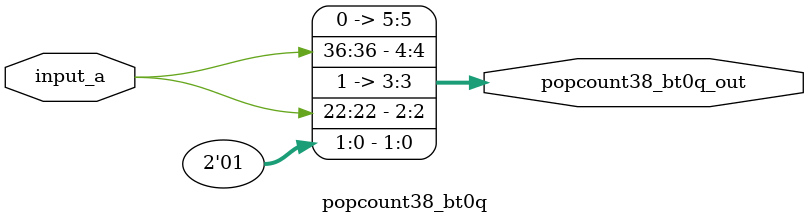
<source format=v>

module popcount38_bt0q(input [37:0] input_a, output [5:0] popcount38_bt0q_out);
  wire popcount38_bt0q_core_040;
  wire popcount38_bt0q_core_041;
  wire popcount38_bt0q_core_042;
  wire popcount38_bt0q_core_044;
  wire popcount38_bt0q_core_046;
  wire popcount38_bt0q_core_047;
  wire popcount38_bt0q_core_048;
  wire popcount38_bt0q_core_051;
  wire popcount38_bt0q_core_052;
  wire popcount38_bt0q_core_054;
  wire popcount38_bt0q_core_055;
  wire popcount38_bt0q_core_056;
  wire popcount38_bt0q_core_058;
  wire popcount38_bt0q_core_060;
  wire popcount38_bt0q_core_062;
  wire popcount38_bt0q_core_063_not;
  wire popcount38_bt0q_core_064;
  wire popcount38_bt0q_core_065;
  wire popcount38_bt0q_core_067;
  wire popcount38_bt0q_core_068;
  wire popcount38_bt0q_core_069;
  wire popcount38_bt0q_core_070;
  wire popcount38_bt0q_core_071;
  wire popcount38_bt0q_core_072;
  wire popcount38_bt0q_core_073;
  wire popcount38_bt0q_core_075;
  wire popcount38_bt0q_core_076;
  wire popcount38_bt0q_core_077;
  wire popcount38_bt0q_core_080;
  wire popcount38_bt0q_core_081;
  wire popcount38_bt0q_core_084;
  wire popcount38_bt0q_core_087;
  wire popcount38_bt0q_core_088;
  wire popcount38_bt0q_core_090;
  wire popcount38_bt0q_core_091;
  wire popcount38_bt0q_core_092;
  wire popcount38_bt0q_core_095;
  wire popcount38_bt0q_core_097;
  wire popcount38_bt0q_core_099;
  wire popcount38_bt0q_core_102;
  wire popcount38_bt0q_core_103;
  wire popcount38_bt0q_core_104;
  wire popcount38_bt0q_core_108;
  wire popcount38_bt0q_core_109;
  wire popcount38_bt0q_core_110;
  wire popcount38_bt0q_core_111;
  wire popcount38_bt0q_core_112_not;
  wire popcount38_bt0q_core_113;
  wire popcount38_bt0q_core_114;
  wire popcount38_bt0q_core_115;
  wire popcount38_bt0q_core_118;
  wire popcount38_bt0q_core_119;
  wire popcount38_bt0q_core_120;
  wire popcount38_bt0q_core_121;
  wire popcount38_bt0q_core_122;
  wire popcount38_bt0q_core_123;
  wire popcount38_bt0q_core_125;
  wire popcount38_bt0q_core_126;
  wire popcount38_bt0q_core_128;
  wire popcount38_bt0q_core_129;
  wire popcount38_bt0q_core_130;
  wire popcount38_bt0q_core_131;
  wire popcount38_bt0q_core_133;
  wire popcount38_bt0q_core_134;
  wire popcount38_bt0q_core_136;
  wire popcount38_bt0q_core_142;
  wire popcount38_bt0q_core_143;
  wire popcount38_bt0q_core_145;
  wire popcount38_bt0q_core_146;
  wire popcount38_bt0q_core_147;
  wire popcount38_bt0q_core_148;
  wire popcount38_bt0q_core_150;
  wire popcount38_bt0q_core_151;
  wire popcount38_bt0q_core_152;
  wire popcount38_bt0q_core_153_not;
  wire popcount38_bt0q_core_154;
  wire popcount38_bt0q_core_156;
  wire popcount38_bt0q_core_160;
  wire popcount38_bt0q_core_161;
  wire popcount38_bt0q_core_163;
  wire popcount38_bt0q_core_165;
  wire popcount38_bt0q_core_166;
  wire popcount38_bt0q_core_167;
  wire popcount38_bt0q_core_168;
  wire popcount38_bt0q_core_169;
  wire popcount38_bt0q_core_171;
  wire popcount38_bt0q_core_172;
  wire popcount38_bt0q_core_174;
  wire popcount38_bt0q_core_176;
  wire popcount38_bt0q_core_177;
  wire popcount38_bt0q_core_179;
  wire popcount38_bt0q_core_181;
  wire popcount38_bt0q_core_183;
  wire popcount38_bt0q_core_184;
  wire popcount38_bt0q_core_185;
  wire popcount38_bt0q_core_186;
  wire popcount38_bt0q_core_188;
  wire popcount38_bt0q_core_189;
  wire popcount38_bt0q_core_190;
  wire popcount38_bt0q_core_193;
  wire popcount38_bt0q_core_195;
  wire popcount38_bt0q_core_196;
  wire popcount38_bt0q_core_198;
  wire popcount38_bt0q_core_199;
  wire popcount38_bt0q_core_200;
  wire popcount38_bt0q_core_201;
  wire popcount38_bt0q_core_202;
  wire popcount38_bt0q_core_203;
  wire popcount38_bt0q_core_204;
  wire popcount38_bt0q_core_205;
  wire popcount38_bt0q_core_206;
  wire popcount38_bt0q_core_208;
  wire popcount38_bt0q_core_210;
  wire popcount38_bt0q_core_213;
  wire popcount38_bt0q_core_214;
  wire popcount38_bt0q_core_216;
  wire popcount38_bt0q_core_218;
  wire popcount38_bt0q_core_219;
  wire popcount38_bt0q_core_221;
  wire popcount38_bt0q_core_222;
  wire popcount38_bt0q_core_225;
  wire popcount38_bt0q_core_226;
  wire popcount38_bt0q_core_227;
  wire popcount38_bt0q_core_228;
  wire popcount38_bt0q_core_229;
  wire popcount38_bt0q_core_230;
  wire popcount38_bt0q_core_231;
  wire popcount38_bt0q_core_233;
  wire popcount38_bt0q_core_234_not;
  wire popcount38_bt0q_core_237_not;
  wire popcount38_bt0q_core_239;
  wire popcount38_bt0q_core_244;
  wire popcount38_bt0q_core_246_not;
  wire popcount38_bt0q_core_247;
  wire popcount38_bt0q_core_250;
  wire popcount38_bt0q_core_251;
  wire popcount38_bt0q_core_252;
  wire popcount38_bt0q_core_253;
  wire popcount38_bt0q_core_254;
  wire popcount38_bt0q_core_256;
  wire popcount38_bt0q_core_257;
  wire popcount38_bt0q_core_258;
  wire popcount38_bt0q_core_259;
  wire popcount38_bt0q_core_260;
  wire popcount38_bt0q_core_262;
  wire popcount38_bt0q_core_264;
  wire popcount38_bt0q_core_267;
  wire popcount38_bt0q_core_268;
  wire popcount38_bt0q_core_270;
  wire popcount38_bt0q_core_272;
  wire popcount38_bt0q_core_273;
  wire popcount38_bt0q_core_274;
  wire popcount38_bt0q_core_275;
  wire popcount38_bt0q_core_276;
  wire popcount38_bt0q_core_277;
  wire popcount38_bt0q_core_279;
  wire popcount38_bt0q_core_280;
  wire popcount38_bt0q_core_282;
  wire popcount38_bt0q_core_284;
  wire popcount38_bt0q_core_285;
  wire popcount38_bt0q_core_287;
  wire popcount38_bt0q_core_288;
  wire popcount38_bt0q_core_291;
  wire popcount38_bt0q_core_292;
  wire popcount38_bt0q_core_293;
  wire popcount38_bt0q_core_296;

  assign popcount38_bt0q_core_040 = input_a[11] & input_a[10];
  assign popcount38_bt0q_core_041 = ~(input_a[3] ^ input_a[34]);
  assign popcount38_bt0q_core_042 = ~(input_a[27] ^ input_a[33]);
  assign popcount38_bt0q_core_044 = ~(input_a[9] & input_a[12]);
  assign popcount38_bt0q_core_046 = input_a[36] ^ input_a[16];
  assign popcount38_bt0q_core_047 = input_a[14] ^ input_a[19];
  assign popcount38_bt0q_core_048 = ~(input_a[35] & input_a[13]);
  assign popcount38_bt0q_core_051 = input_a[7] & input_a[11];
  assign popcount38_bt0q_core_052 = ~(input_a[11] ^ input_a[16]);
  assign popcount38_bt0q_core_054 = ~(input_a[31] ^ input_a[5]);
  assign popcount38_bt0q_core_055 = input_a[21] | input_a[22];
  assign popcount38_bt0q_core_056 = ~input_a[10];
  assign popcount38_bt0q_core_058 = input_a[8] | input_a[2];
  assign popcount38_bt0q_core_060 = input_a[5] & input_a[4];
  assign popcount38_bt0q_core_062 = input_a[34] & input_a[1];
  assign popcount38_bt0q_core_063_not = ~input_a[21];
  assign popcount38_bt0q_core_064 = input_a[2] & input_a[10];
  assign popcount38_bt0q_core_065 = ~(input_a[13] & input_a[24]);
  assign popcount38_bt0q_core_067 = ~(input_a[37] | input_a[30]);
  assign popcount38_bt0q_core_068 = input_a[33] ^ input_a[9];
  assign popcount38_bt0q_core_069 = ~input_a[0];
  assign popcount38_bt0q_core_070 = input_a[11] & input_a[27];
  assign popcount38_bt0q_core_071 = input_a[20] ^ input_a[28];
  assign popcount38_bt0q_core_072 = ~(input_a[0] ^ input_a[27]);
  assign popcount38_bt0q_core_073 = ~(input_a[28] ^ input_a[34]);
  assign popcount38_bt0q_core_075 = ~(input_a[37] & input_a[21]);
  assign popcount38_bt0q_core_076 = input_a[8] | input_a[29];
  assign popcount38_bt0q_core_077 = ~input_a[20];
  assign popcount38_bt0q_core_080 = ~input_a[12];
  assign popcount38_bt0q_core_081 = input_a[33] & input_a[31];
  assign popcount38_bt0q_core_084 = input_a[21] & input_a[1];
  assign popcount38_bt0q_core_087 = input_a[23] & input_a[34];
  assign popcount38_bt0q_core_088 = ~(input_a[22] & input_a[20]);
  assign popcount38_bt0q_core_090 = ~(input_a[17] & input_a[26]);
  assign popcount38_bt0q_core_091 = ~(input_a[35] & input_a[1]);
  assign popcount38_bt0q_core_092 = ~input_a[34];
  assign popcount38_bt0q_core_095 = ~(input_a[34] | input_a[21]);
  assign popcount38_bt0q_core_097 = ~input_a[9];
  assign popcount38_bt0q_core_099 = input_a[15] ^ input_a[34];
  assign popcount38_bt0q_core_102 = input_a[25] & input_a[10];
  assign popcount38_bt0q_core_103 = ~(input_a[9] ^ input_a[26]);
  assign popcount38_bt0q_core_104 = ~(input_a[22] | input_a[31]);
  assign popcount38_bt0q_core_108 = ~(input_a[7] ^ input_a[33]);
  assign popcount38_bt0q_core_109 = ~(input_a[26] ^ input_a[5]);
  assign popcount38_bt0q_core_110 = ~(input_a[15] ^ input_a[7]);
  assign popcount38_bt0q_core_111 = input_a[3] | input_a[13];
  assign popcount38_bt0q_core_112_not = ~input_a[7];
  assign popcount38_bt0q_core_113 = input_a[7] ^ input_a[8];
  assign popcount38_bt0q_core_114 = ~(input_a[27] | input_a[5]);
  assign popcount38_bt0q_core_115 = ~(input_a[9] | input_a[18]);
  assign popcount38_bt0q_core_118 = ~input_a[2];
  assign popcount38_bt0q_core_119 = input_a[29] & input_a[21];
  assign popcount38_bt0q_core_120 = ~(input_a[30] & input_a[35]);
  assign popcount38_bt0q_core_121 = input_a[33] ^ input_a[8];
  assign popcount38_bt0q_core_122 = ~(input_a[18] ^ input_a[34]);
  assign popcount38_bt0q_core_123 = input_a[2] | input_a[33];
  assign popcount38_bt0q_core_125 = ~(input_a[30] & input_a[23]);
  assign popcount38_bt0q_core_126 = ~(input_a[30] ^ input_a[23]);
  assign popcount38_bt0q_core_128 = ~input_a[19];
  assign popcount38_bt0q_core_129 = ~(input_a[27] & input_a[0]);
  assign popcount38_bt0q_core_130 = ~input_a[31];
  assign popcount38_bt0q_core_131 = input_a[5] ^ input_a[22];
  assign popcount38_bt0q_core_133 = ~(input_a[15] | input_a[31]);
  assign popcount38_bt0q_core_134 = input_a[2] | input_a[26];
  assign popcount38_bt0q_core_136 = input_a[7] ^ input_a[1];
  assign popcount38_bt0q_core_142 = ~(input_a[19] | input_a[31]);
  assign popcount38_bt0q_core_143 = input_a[9] ^ input_a[16];
  assign popcount38_bt0q_core_145 = ~(input_a[3] ^ input_a[11]);
  assign popcount38_bt0q_core_146 = input_a[24] | input_a[2];
  assign popcount38_bt0q_core_147 = input_a[29] & input_a[3];
  assign popcount38_bt0q_core_148 = ~(input_a[30] & input_a[30]);
  assign popcount38_bt0q_core_150 = input_a[37] & input_a[14];
  assign popcount38_bt0q_core_151 = ~(input_a[34] & input_a[7]);
  assign popcount38_bt0q_core_152 = ~(input_a[32] & input_a[25]);
  assign popcount38_bt0q_core_153_not = ~input_a[24];
  assign popcount38_bt0q_core_154 = input_a[32] ^ input_a[27];
  assign popcount38_bt0q_core_156 = input_a[34] & input_a[0];
  assign popcount38_bt0q_core_160 = input_a[35] & input_a[28];
  assign popcount38_bt0q_core_161 = input_a[22] & input_a[12];
  assign popcount38_bt0q_core_163 = ~input_a[23];
  assign popcount38_bt0q_core_165 = ~input_a[5];
  assign popcount38_bt0q_core_166 = input_a[34] & input_a[33];
  assign popcount38_bt0q_core_167 = ~(input_a[10] ^ input_a[21]);
  assign popcount38_bt0q_core_168 = input_a[12] ^ input_a[1];
  assign popcount38_bt0q_core_169 = ~input_a[14];
  assign popcount38_bt0q_core_171 = input_a[16] | input_a[1];
  assign popcount38_bt0q_core_172 = ~(input_a[5] ^ input_a[21]);
  assign popcount38_bt0q_core_174 = input_a[15] ^ input_a[3];
  assign popcount38_bt0q_core_176 = input_a[17] | input_a[15];
  assign popcount38_bt0q_core_177 = ~(input_a[29] & input_a[0]);
  assign popcount38_bt0q_core_179 = input_a[3] & input_a[2];
  assign popcount38_bt0q_core_181 = ~(input_a[20] ^ input_a[30]);
  assign popcount38_bt0q_core_183 = ~(input_a[32] & input_a[37]);
  assign popcount38_bt0q_core_184 = ~(input_a[8] ^ input_a[12]);
  assign popcount38_bt0q_core_185 = input_a[6] ^ input_a[33];
  assign popcount38_bt0q_core_186 = input_a[28] ^ input_a[18];
  assign popcount38_bt0q_core_188 = ~(input_a[15] & input_a[0]);
  assign popcount38_bt0q_core_189 = ~(input_a[31] & input_a[13]);
  assign popcount38_bt0q_core_190 = ~(input_a[24] ^ input_a[24]);
  assign popcount38_bt0q_core_193 = ~(input_a[24] ^ input_a[36]);
  assign popcount38_bt0q_core_195 = input_a[19] | input_a[26];
  assign popcount38_bt0q_core_196 = ~(input_a[6] | input_a[19]);
  assign popcount38_bt0q_core_198 = ~(input_a[9] & input_a[32]);
  assign popcount38_bt0q_core_199 = input_a[11] & input_a[30];
  assign popcount38_bt0q_core_200 = input_a[6] | input_a[23];
  assign popcount38_bt0q_core_201 = ~(input_a[11] ^ input_a[7]);
  assign popcount38_bt0q_core_202 = input_a[29] ^ input_a[36];
  assign popcount38_bt0q_core_203 = ~(input_a[26] ^ input_a[17]);
  assign popcount38_bt0q_core_204 = input_a[4] ^ input_a[15];
  assign popcount38_bt0q_core_205 = input_a[26] ^ input_a[33];
  assign popcount38_bt0q_core_206 = input_a[35] & input_a[30];
  assign popcount38_bt0q_core_208 = input_a[3] | input_a[2];
  assign popcount38_bt0q_core_210 = ~(input_a[34] & input_a[19]);
  assign popcount38_bt0q_core_213 = input_a[32] | input_a[9];
  assign popcount38_bt0q_core_214 = input_a[13] ^ input_a[6];
  assign popcount38_bt0q_core_216 = ~(input_a[29] | input_a[28]);
  assign popcount38_bt0q_core_218 = ~(input_a[21] ^ input_a[25]);
  assign popcount38_bt0q_core_219 = ~input_a[14];
  assign popcount38_bt0q_core_221 = ~input_a[28];
  assign popcount38_bt0q_core_222 = ~(input_a[9] | input_a[0]);
  assign popcount38_bt0q_core_225 = ~(input_a[37] | input_a[7]);
  assign popcount38_bt0q_core_226 = input_a[13] ^ input_a[27];
  assign popcount38_bt0q_core_227 = input_a[24] ^ input_a[26];
  assign popcount38_bt0q_core_228 = ~input_a[37];
  assign popcount38_bt0q_core_229 = ~(input_a[11] ^ input_a[37]);
  assign popcount38_bt0q_core_230 = ~(input_a[27] | input_a[18]);
  assign popcount38_bt0q_core_231 = ~input_a[1];
  assign popcount38_bt0q_core_233 = input_a[2] & input_a[3];
  assign popcount38_bt0q_core_234_not = ~input_a[32];
  assign popcount38_bt0q_core_237_not = ~input_a[4];
  assign popcount38_bt0q_core_239 = input_a[17] | input_a[12];
  assign popcount38_bt0q_core_244 = ~(input_a[25] & input_a[20]);
  assign popcount38_bt0q_core_246_not = ~input_a[14];
  assign popcount38_bt0q_core_247 = input_a[18] | input_a[13];
  assign popcount38_bt0q_core_250 = ~input_a[0];
  assign popcount38_bt0q_core_251 = input_a[21] ^ input_a[4];
  assign popcount38_bt0q_core_252 = ~(input_a[5] ^ input_a[13]);
  assign popcount38_bt0q_core_253 = ~input_a[24];
  assign popcount38_bt0q_core_254 = input_a[31] ^ input_a[8];
  assign popcount38_bt0q_core_256 = input_a[17] ^ input_a[14];
  assign popcount38_bt0q_core_257 = input_a[2] | input_a[9];
  assign popcount38_bt0q_core_258 = ~(input_a[10] | input_a[27]);
  assign popcount38_bt0q_core_259 = input_a[31] | input_a[9];
  assign popcount38_bt0q_core_260 = input_a[18] & input_a[17];
  assign popcount38_bt0q_core_262 = input_a[4] & input_a[32];
  assign popcount38_bt0q_core_264 = ~(input_a[21] | input_a[20]);
  assign popcount38_bt0q_core_267 = input_a[18] | input_a[23];
  assign popcount38_bt0q_core_268 = ~(input_a[14] ^ input_a[18]);
  assign popcount38_bt0q_core_270 = ~input_a[11];
  assign popcount38_bt0q_core_272 = ~input_a[15];
  assign popcount38_bt0q_core_273 = input_a[23] | input_a[19];
  assign popcount38_bt0q_core_274 = input_a[12] ^ input_a[21];
  assign popcount38_bt0q_core_275 = ~(input_a[16] | input_a[23]);
  assign popcount38_bt0q_core_276 = ~input_a[0];
  assign popcount38_bt0q_core_277 = ~input_a[18];
  assign popcount38_bt0q_core_279 = ~(input_a[35] & input_a[17]);
  assign popcount38_bt0q_core_280 = ~(input_a[27] | input_a[4]);
  assign popcount38_bt0q_core_282 = input_a[8] ^ input_a[11];
  assign popcount38_bt0q_core_284 = ~(input_a[22] ^ input_a[1]);
  assign popcount38_bt0q_core_285 = input_a[13] & input_a[4];
  assign popcount38_bt0q_core_287 = input_a[9] ^ input_a[37];
  assign popcount38_bt0q_core_288 = input_a[31] ^ input_a[7];
  assign popcount38_bt0q_core_291 = input_a[17] ^ input_a[25];
  assign popcount38_bt0q_core_292 = ~(input_a[6] & input_a[17]);
  assign popcount38_bt0q_core_293 = ~(input_a[21] ^ input_a[13]);
  assign popcount38_bt0q_core_296 = ~(input_a[34] | input_a[21]);

  assign popcount38_bt0q_out[0] = 1'b1;
  assign popcount38_bt0q_out[1] = 1'b0;
  assign popcount38_bt0q_out[2] = input_a[22];
  assign popcount38_bt0q_out[3] = 1'b1;
  assign popcount38_bt0q_out[4] = input_a[36];
  assign popcount38_bt0q_out[5] = 1'b0;
endmodule
</source>
